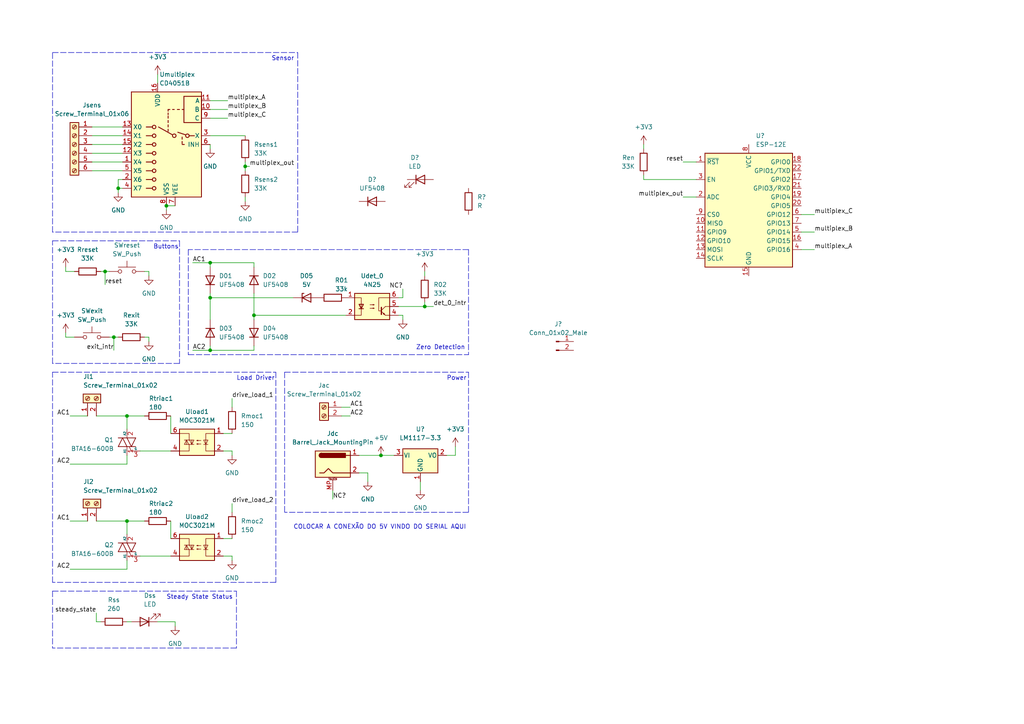
<source format=kicad_sch>
(kicad_sch (version 20211123) (generator eeschema)
  (paper "A4")
  (title_block (title "Controle do Forno") (date "2022-05-28") (rev "0"))
  (lib_symbols
    (symbol "Analog_Switch:CD4051B"
      (property "Reference" "U" (at -10.16 16.51 0))
      (property "Value" "CD4051B" (at 3.81 16.51 0))
      (symbol "CD4051B_0_1"
        (rectangle (start -10.16 6.35) (end -5.08 13.97) (stroke (width 0.254)))
        (rectangle (start -10.16 15.24) (end 10.16 -15.24) (stroke (width 0.254)) (fill (type background)))
        (circle (center -6.096 2.54) (radius 0.508) (stroke (width 0.254)))
        (circle (center -2.286 2.54) (radius 0.508) (stroke (width 0.254)))
        (polyline (pts (xy -8.128 2.54) (xy -6.604 2.54)) (stroke (width 0.254)))
        (polyline (pts (xy -5.588 2.794) (xy -3.302 3.556)) (stroke (width 0.254)))
        (polyline (pts (xy -4.572 0) (xy -5.207 0)) (stroke (width 0.254)))
        (polyline (pts (xy -4.572 0.254) (xy -4.572 0.889)) (stroke (width 0.254)))
        (polyline (pts (xy -4.572 1.524) (xy -4.572 2.159)) (stroke (width 0.254)))
        (polyline (pts (xy -4.572 10.16) (xy -5.08 10.16)) (stroke (width 0.254)))
        (polyline (pts (xy -3.81 10.16) (xy -3.175 10.16)) (stroke (width 0.254)))
        (polyline (pts (xy -1.778 2.794) (xy 2.286 5.08)) (stroke (width 0.254)))
        (polyline (pts (xy -1.778 10.16) (xy -2.286 10.16)) (stroke (width 0.254)))
        (polyline (pts (xy -0.508 3.81) (xy -0.508 4.445)) (stroke (width 0.254)))
        (polyline (pts (xy -0.508 5.08) (xy -0.508 5.715)) (stroke (width 0.254)))
        (polyline (pts (xy -0.508 6.35) (xy -0.508 6.985)) (stroke (width 0.254)))
        (polyline (pts (xy -0.508 7.62) (xy -0.508 8.255)) (stroke (width 0.254)))
        (polyline (pts (xy -0.508 8.636) (xy -0.508 9.144)) (stroke (width 0.254)))
        (polyline (pts (xy -0.508 9.652) (xy -0.508 10.16)) (stroke (width 0.254)))
        (polyline (pts (xy -0.508 10.16) (xy -1.016 10.16)) (stroke (width 0.254)))
        (polyline (pts (xy 4.064 -12.7) (xy 5.842 -12.7)) (stroke (width 0.254)))
        (polyline (pts (xy 4.064 -10.16) (xy 5.842 -10.16)) (stroke (width 0.254)))
        (polyline (pts (xy 4.064 -7.62) (xy 5.842 -7.62)) (stroke (width 0.254)))
        (polyline (pts (xy 4.064 -5.08) (xy 5.842 -5.08)) (stroke (width 0.254)))
        (polyline (pts (xy 4.064 -2.54) (xy 5.842 -2.54)) (stroke (width 0.254)))
        (polyline (pts (xy 4.064 0) (xy 5.842 0)) (stroke (width 0.254)))
        (polyline (pts (xy 4.064 2.54) (xy 5.842 2.54)) (stroke (width 0.254)))
        (polyline (pts (xy 4.064 5.08) (xy 5.842 5.08)) (stroke (width 0.254)))
        (circle (center 3.556 -12.7) (radius 0.508) (stroke (width 0.254)))
        (circle (center 3.556 -10.16) (radius 0.508) (stroke (width 0.254)))
        (circle (center 3.556 -7.62) (radius 0.508) (stroke (width 0.254)))
        (circle (center 3.556 -5.08) (radius 0.508) (stroke (width 0.254)))
        (circle (center 3.556 -2.54) (radius 0.508) (stroke (width 0.254)))
        (circle (center 3.556 0) (radius 0.508) (stroke (width 0.254)))
        (circle (center 3.556 2.54) (radius 0.508) (stroke (width 0.254)))
        (circle (center 3.556 5.08) (radius 0.508) (stroke (width 0.254)))
      )
      (symbol "CD4051B_1_1"
        (pin bidirectional line (at 12.7 -5.08 180) (length 2.54) (name "X4") (number "1"))
        (pin input line (at -12.7 10.16 0) (length 2.54) (name "B") (number "10"))
        (pin input line (at -12.7 12.7 0) (length 2.54) (name "A") (number "11"))
        (pin bidirectional line (at 12.7 -2.54 180) (length 2.54) (name "X3") (number "12"))
        (pin bidirectional line (at 12.7 5.08 180) (length 2.54) (name "X0") (number "13"))
        (pin bidirectional line (at 12.7 2.54 180) (length 2.54) (name "X1") (number "14"))
        (pin bidirectional line (at 12.7 0 180) (length 2.54) (name "X2") (number "15"))
        (pin power_in line (at 2.54 17.78 270) (length 2.54) (name "VDD") (number "16"))
        (pin bidirectional line (at 12.7 -10.16 180) (length 2.54) (name "X6") (number "2"))
        (pin bidirectional line (at -12.7 2.54 0) (length 2.54) (name "X") (number "3"))
        (pin bidirectional line (at 12.7 -12.7 180) (length 2.54) (name "X7") (number "4"))
        (pin bidirectional line (at 12.7 -7.62 180) (length 2.54) (name "X5") (number "5"))
        (pin input line (at -12.7 0 0) (length 2.54) (name "INH") (number "6"))
        (pin power_in line (at -2.54 -17.78 90) (length 2.54) (name "VEE") (number "7"))
        (pin power_in line (at 0 -17.78 90) (length 2.54) (name "VSS") (number "8"))
        (pin input line (at -12.7 7.62 0) (length 2.54) (name "C") (number "9"))
      )
    )
    (symbol "Connector:Barrel_Jack_MountingPin" (pin_names hide)
      (property "Reference" "J" (at 0 5.334 0))
      (property "Value" "Barrel_Jack_MountingPin" (at 1.27 -6.35 0))
      (symbol "Barrel_Jack_MountingPin_0_1"
        (rectangle (start -5.08 3.81) (end 5.08 -3.81) (stroke (width 0.254)) (fill (type background)))
        (arc (start -3.302 3.175) (mid -3.937 2.54) (end -3.302 1.905) (stroke (width 0.254)))
        (arc (start -3.302 3.175) (mid -3.937 2.54) (end -3.302 1.905) (stroke (width 0.254)) (fill (type outline)))
        (polyline (pts (xy 5.08 2.54) (xy 3.81 2.54)) (stroke (width 0.254)))
        (polyline (pts (xy -3.81 -2.54) (xy -2.54 -2.54) (xy -1.27 -1.27) (xy 0 -2.54) (xy 2.54 -2.54) (xy 5.08 -2.54)) (stroke (width 0.254)))
        (rectangle (start 3.683 3.175) (end -3.302 1.905) (stroke (width 0.254)) (fill (type outline)))
      )
      (symbol "Barrel_Jack_MountingPin_1_1"
        (polyline (pts (xy -1.016 -4.572) (xy 1.016 -4.572)) (stroke (width 0.1524)))
        (text "Mounting" (at 0 -4.191 0) (effects (font (size 0.381 0.381))))
        (pin passive line (at 7.62 2.54 180) (length 2.54) (name "~") (number "1"))
        (pin passive line (at 7.62 -2.54 180) (length 2.54) (name "~") (number "2"))
        (pin passive line (at 0 -7.62 90) (length 3.048) (name "MountPin") (number "MP"))
      )
    )
    (symbol "Connector:Conn_01x02_Male" (pin_names (offset 1.016) hide)
      (property "Reference" "J" (at 0 2.54 0))
      (property "Value" "Conn_01x02_Male" (at 0 -5.08 0))
      (symbol "Conn_01x02_Male_1_1"
        (polyline (pts (xy 1.27 -2.54) (xy 0.8636 -2.54)) (stroke (width 0.1524)))
        (polyline (pts (xy 1.27 0) (xy 0.8636 0)) (stroke (width 0.1524)))
        (rectangle (start 0.8636 -2.413) (end 0 -2.667) (stroke (width 0.1524)) (fill (type outline)))
        (rectangle (start 0.8636 0.127) (end 0 -0.127) (stroke (width 0.1524)) (fill (type outline)))
        (pin passive line (at 5.08 0 180) (length 3.81) (name "Pin_1") (number "1"))
        (pin passive line (at 5.08 -2.54 180) (length 3.81) (name "Pin_2") (number "2"))
      )
    )
    (symbol "Connector:Screw_Terminal_01x02" (pin_names (offset 1.016) hide)
      (property "Reference" "J" (at 0 2.54 0))
      (property "Value" "Screw_Terminal_01x02" (at 0 -5.08 0))
      (symbol "Screw_Terminal_01x02_1_1"
        (rectangle (start -1.27 1.27) (end 1.27 -3.81) (stroke (width 0.254)) (fill (type background)))
        (circle (center 0 -2.54) (radius 0.635) (stroke (width 0.1524)))
        (polyline (pts (xy -0.5334 -2.2098) (xy 0.3302 -3.048)) (stroke (width 0.1524)))
        (polyline (pts (xy -0.5334 0.3302) (xy 0.3302 -0.508)) (stroke (width 0.1524)))
        (polyline (pts (xy -0.3556 -2.032) (xy 0.508 -2.8702)) (stroke (width 0.1524)))
        (polyline (pts (xy -0.3556 0.508) (xy 0.508 -0.3302)) (stroke (width 0.1524)))
        (circle (center 0 0) (radius 0.635) (stroke (width 0.1524)))
        (pin passive line (at -5.08 0 0) (length 3.81) (name "Pin_1") (number "1"))
        (pin passive line (at -5.08 -2.54 0) (length 3.81) (name "Pin_2") (number "2"))
      )
    )
    (symbol "Connector:Screw_Terminal_01x06" (pin_names (offset 1.016) hide)
      (property "Reference" "J" (at 0 7.62 0))
      (property "Value" "Screw_Terminal_01x06" (at 0 -10.16 0))
      (symbol "Screw_Terminal_01x06_1_1"
        (rectangle (start -1.27 6.35) (end 1.27 -8.89) (stroke (width 0.254)) (fill (type background)))
        (circle (center 0 -7.62) (radius 0.635) (stroke (width 0.1524)))
        (circle (center 0 -5.08) (radius 0.635) (stroke (width 0.1524)))
        (circle (center 0 -2.54) (radius 0.635) (stroke (width 0.1524)))
        (polyline (pts (xy -0.5334 -7.2898) (xy 0.3302 -8.128)) (stroke (width 0.1524)))
        (polyline (pts (xy -0.5334 -4.7498) (xy 0.3302 -5.588)) (stroke (width 0.1524)))
        (polyline (pts (xy -0.5334 -2.2098) (xy 0.3302 -3.048)) (stroke (width 0.1524)))
        (polyline (pts (xy -0.5334 0.3302) (xy 0.3302 -0.508)) (stroke (width 0.1524)))
        (polyline (pts (xy -0.5334 2.8702) (xy 0.3302 2.032)) (stroke (width 0.1524)))
        (polyline (pts (xy -0.5334 5.4102) (xy 0.3302 4.572)) (stroke (width 0.1524)))
        (polyline (pts (xy -0.3556 -7.112) (xy 0.508 -7.9502)) (stroke (width 0.1524)))
        (polyline (pts (xy -0.3556 -4.572) (xy 0.508 -5.4102)) (stroke (width 0.1524)))
        (polyline (pts (xy -0.3556 -2.032) (xy 0.508 -2.8702)) (stroke (width 0.1524)))
        (polyline (pts (xy -0.3556 0.508) (xy 0.508 -0.3302)) (stroke (width 0.1524)))
        (polyline (pts (xy -0.3556 3.048) (xy 0.508 2.2098)) (stroke (width 0.1524)))
        (polyline (pts (xy -0.3556 5.588) (xy 0.508 4.7498)) (stroke (width 0.1524)))
        (circle (center 0 0) (radius 0.635) (stroke (width 0.1524)))
        (circle (center 0 2.54) (radius 0.635) (stroke (width 0.1524)))
        (circle (center 0 5.08) (radius 0.635) (stroke (width 0.1524)))
        (pin passive line (at -5.08 5.08 0) (length 3.81) (name "Pin_1") (number "1"))
        (pin passive line (at -5.08 2.54 0) (length 3.81) (name "Pin_2") (number "2"))
        (pin passive line (at -5.08 0 0) (length 3.81) (name "Pin_3") (number "3"))
        (pin passive line (at -5.08 -2.54 0) (length 3.81) (name "Pin_4") (number "4"))
        (pin passive line (at -5.08 -5.08 0) (length 3.81) (name "Pin_5") (number "5"))
        (pin passive line (at -5.08 -7.62 0) (length 3.81) (name "Pin_6") (number "6"))
      )
    )
    (symbol "Device:D_Zener" (pin_numbers hide) (pin_names (offset 1.016) hide)
      (property "Reference" "D" (at 0 2.54 0))
      (property "Value" "D_Zener" (at 0 -2.54 0))
      (symbol "D_Zener_0_1"
        (polyline (pts (xy 1.27 0) (xy -1.27 0)))
        (polyline (pts (xy -1.27 -1.27) (xy -1.27 1.27) (xy -0.762 1.27)) (stroke (width 0.254)))
        (polyline (pts (xy 1.27 -1.27) (xy 1.27 1.27) (xy -1.27 0) (xy 1.27 -1.27)) (stroke (width 0.254)))
      )
      (symbol "D_Zener_1_1"
        (pin passive line (at -3.81 0 0) (length 2.54) (name "K") (number "1"))
        (pin passive line (at 3.81 0 180) (length 2.54) (name "A") (number "2"))
      )
    )
    (symbol "Device:LED" (pin_numbers hide) (pin_names (offset 1.016) hide)
      (property "Reference" "D" (at 0 2.54 0))
      (property "Value" "LED" (at 0 -2.54 0))
      (symbol "LED_0_1"
        (polyline (pts (xy -1.27 -1.27) (xy -1.27 1.27)) (stroke (width 0.254)))
        (polyline (pts (xy -1.27 0) (xy 1.27 0)))
        (polyline (pts (xy 1.27 -1.27) (xy 1.27 1.27) (xy -1.27 0) (xy 1.27 -1.27)) (stroke (width 0.254)))
        (polyline (pts (xy -3.048 -0.762) (xy -4.572 -2.286) (xy -3.81 -2.286) (xy -4.572 -2.286) (xy -4.572 -1.524)))
        (polyline (pts (xy -1.778 -0.762) (xy -3.302 -2.286) (xy -2.54 -2.286) (xy -3.302 -2.286) (xy -3.302 -1.524)))
      )
      (symbol "LED_1_1"
        (pin passive line (at -3.81 0 0) (length 2.54) (name "K") (number "1"))
        (pin passive line (at 3.81 0 180) (length 2.54) (name "A") (number "2"))
      )
    )
    (symbol "Device:R" (pin_numbers hide) (pin_names (offset 0))
      (property "Reference" "R" (at 2.032 0 90))
      (property "Value" "R" (at 0 0 90))
      (symbol "R_0_1"
        (rectangle (start -1.016 -2.54) (end 1.016 2.54) (stroke (width 0.254)))
      )
      (symbol "R_1_1"
        (pin passive line (at 0 3.81 270) (length 1.27) (name "~") (number "1"))
        (pin passive line (at 0 -3.81 90) (length 1.27) (name "~") (number "2"))
      )
    )
    (symbol "Diode:UF5408" (pin_numbers hide) (pin_names (offset 1.016) hide)
      (property "Reference" "D" (at 0 2.54 0))
      (property "Value" "UF5408" (at 0 -2.54 0))
      (symbol "UF5408_0_1"
        (polyline (pts (xy -1.27 1.27) (xy -1.27 -1.27)) (stroke (width 0.254)))
        (polyline (pts (xy 1.27 0) (xy -1.27 0)))
        (polyline (pts (xy 1.27 1.27) (xy 1.27 -1.27) (xy -1.27 0) (xy 1.27 1.27)) (stroke (width 0.254)))
      )
      (symbol "UF5408_1_1"
        (pin passive line (at -3.81 0 0) (length 2.54) (name "K") (number "1"))
        (pin passive line (at 3.81 0 180) (length 2.54) (name "A") (number "2"))
      )
    )
    (symbol "Isolator:4N25" (pin_names (offset 1.016))
      (property "Reference" "U" (at -5.08 5.08 0))
      (property "Value" "4N25" (at 0 5.08 0))
      (symbol "4N25_0_1"
        (rectangle (start -5.08 3.81) (end 5.08 -3.81) (stroke (width 0.254)) (fill (type background)))
        (polyline (pts (xy -3.81 -0.635) (xy -2.54 -0.635)) (stroke (width 0.254)))
        (polyline (pts (xy 2.667 -1.397) (xy 3.81 -2.54)))
        (polyline (pts (xy 2.667 -1.143) (xy 3.81 0)))
        (polyline (pts (xy 3.81 -2.54) (xy 5.08 -2.54)))
        (polyline (pts (xy 3.81 0) (xy 5.08 0)))
        (polyline (pts (xy 2.667 -0.254) (xy 2.667 -2.286) (xy 2.667 -2.286)) (stroke (width 0.3556)))
        (polyline (pts (xy -5.08 -2.54) (xy -3.175 -2.54) (xy -3.175 2.54) (xy -5.08 2.54)))
        (polyline (pts (xy -3.175 -0.635) (xy -3.81 0.635) (xy -2.54 0.635) (xy -3.175 -0.635)) (stroke (width 0.254)))
        (polyline (pts (xy 3.683 -2.413) (xy 3.429 -1.905) (xy 3.175 -2.159) (xy 3.683 -2.413)))
        (polyline (pts (xy 5.08 2.54) (xy 1.905 2.54) (xy 1.905 -1.27) (xy 2.54 -1.27)))
        (polyline (pts (xy -0.635 -0.508) (xy 0.635 -0.508) (xy 0.254 -0.635) (xy 0.254 -0.381) (xy 0.635 -0.508)))
        (polyline (pts (xy -0.635 0.508) (xy 0.635 0.508) (xy 0.254 0.381) (xy 0.254 0.635) (xy 0.635 0.508)))
      )
      (symbol "4N25_1_1"
        (pin passive line (at -7.62 2.54 0) (length 2.54) (name "~") (number "1"))
        (pin passive line (at -7.62 -2.54 0) (length 2.54) (name "~") (number "2"))
        (pin no_connect line (at -5.08 0 0) (length 2.54) hide (name "NC") (number "3"))
        (pin passive line (at 7.62 -2.54 180) (length 2.54) (name "~") (number "4"))
        (pin passive line (at 7.62 0 180) (length 2.54) (name "~") (number "5"))
        (pin passive line (at 7.62 2.54 180) (length 2.54) (name "~") (number "6"))
      )
    )
    (symbol "RF_Module:ESP-12E"
      (property "Reference" "U" (at -12.7 19.05 0))
      (property "Value" "ESP-12E" (at 12.7 19.05 0))
      (symbol "ESP-12E_0_1"
        (rectangle (start -12.7 17.78) (end 12.7 -15.24) (stroke (width 0.254)) (fill (type background)))
      )
      (symbol "ESP-12E_1_1"
        (pin input line (at -15.24 15.24 0) (length 2.54) (name "~{RST}") (number "1"))
        (pin bidirectional line (at -15.24 -2.54 0) (length 2.54) (name "MISO") (number "10"))
        (pin bidirectional line (at -15.24 -5.08 0) (length 2.54) (name "GPIO9") (number "11"))
        (pin bidirectional line (at -15.24 -7.62 0) (length 2.54) (name "GPIO10") (number "12"))
        (pin bidirectional line (at -15.24 -10.16 0) (length 2.54) (name "MOSI") (number "13"))
        (pin bidirectional line (at -15.24 -12.7 0) (length 2.54) (name "SCLK") (number "14"))
        (pin power_in line (at 0 -17.78 90) (length 2.54) (name "GND") (number "15"))
        (pin bidirectional line (at 15.24 -7.62 180) (length 2.54) (name "GPIO15") (number "16"))
        (pin bidirectional line (at 15.24 10.16 180) (length 2.54) (name "GPIO2") (number "17"))
        (pin bidirectional line (at 15.24 15.24 180) (length 2.54) (name "GPIO0") (number "18"))
        (pin bidirectional line (at 15.24 5.08 180) (length 2.54) (name "GPIO4") (number "19"))
        (pin input line (at -15.24 5.08 0) (length 2.54) (name "ADC") (number "2"))
        (pin bidirectional line (at 15.24 2.54 180) (length 2.54) (name "GPIO5") (number "20"))
        (pin bidirectional line (at 15.24 7.62 180) (length 2.54) (name "GPIO3/RXD") (number "21"))
        (pin bidirectional line (at 15.24 12.7 180) (length 2.54) (name "GPIO1/TXD") (number "22"))
        (pin input line (at -15.24 10.16 0) (length 2.54) (name "EN") (number "3"))
        (pin bidirectional line (at 15.24 -10.16 180) (length 2.54) (name "GPIO16") (number "4"))
        (pin bidirectional line (at 15.24 -5.08 180) (length 2.54) (name "GPIO14") (number "5"))
        (pin bidirectional line (at 15.24 0 180) (length 2.54) (name "GPIO12") (number "6"))
        (pin bidirectional line (at 15.24 -2.54 180) (length 2.54) (name "GPIO13") (number "7"))
        (pin power_in line (at 0 20.32 270) (length 2.54) (name "VCC") (number "8"))
        (pin input line (at -15.24 0 0) (length 2.54) (name "CS0") (number "9"))
      )
    )
    (symbol "Regulator_Linear:LM1117-3.3" (pin_names (offset 0.254))
      (property "Reference" "U" (at -3.81 3.175 0))
      (property "Value" "LM1117-3.3" (at 0 3.175 0))
      (symbol "LM1117-3.3_0_1"
        (rectangle (start -5.08 -5.08) (end 5.08 1.905) (stroke (width 0.254)) (fill (type background)))
      )
      (symbol "LM1117-3.3_1_1"
        (pin power_in line (at 0 -7.62 90) (length 2.54) (name "GND") (number "1"))
        (pin power_out line (at 7.62 0 180) (length 2.54) (name "VO") (number "2"))
        (pin power_in line (at -7.62 0 0) (length 2.54) (name "VI") (number "3"))
      )
    )
    (symbol "Relay_SolidState:MOC3021M"
      (property "Reference" "U" (at -5.334 4.826 0))
      (property "Value" "MOC3021M" (at 0 5.08 0))
      (symbol "MOC3021M_0_1"
        (rectangle (start -5.08 3.81) (end 5.08 -3.81) (stroke (width 0.254)) (fill (type background)))
        (polyline (pts (xy -3.175 -0.635) (xy -1.905 -0.635)))
        (polyline (pts (xy 1.524 -0.635) (xy 1.524 0.635)))
        (polyline (pts (xy 3.048 0.635) (xy 3.048 -0.635)))
        (polyline (pts (xy 2.286 -0.635) (xy 2.286 -2.54) (xy 5.08 -2.54)))
        (polyline (pts (xy 2.286 0.635) (xy 2.286 2.54) (xy 5.08 2.54)))
        (polyline (pts (xy -5.08 2.54) (xy -2.54 2.54) (xy -2.54 -2.54) (xy -5.08 -2.54)))
        (polyline (pts (xy -2.54 -0.635) (xy -3.175 0.635) (xy -1.905 0.635) (xy -2.54 -0.635)))
        (polyline (pts (xy 0.889 -0.635) (xy 3.683 -0.635) (xy 3.048 0.635) (xy 2.413 -0.635)))
        (polyline (pts (xy 3.683 0.635) (xy 0.889 0.635) (xy 1.524 -0.635) (xy 2.159 0.635)))
        (polyline (pts (xy -1.143 -0.508) (xy 0.127 -0.508) (xy -0.254 -0.635) (xy -0.254 -0.381) (xy 0.127 -0.508)))
        (polyline (pts (xy -1.143 0.508) (xy 0.127 0.508) (xy -0.254 0.381) (xy -0.254 0.635) (xy 0.127 0.508)))
      )
      (symbol "MOC3021M_1_1"
        (pin passive line (at -7.62 2.54 0) (length 2.54) (name "~") (number "1"))
        (pin passive line (at -7.62 -2.54 0) (length 2.54) (name "~") (number "2"))
        (pin no_connect line (at -5.08 0 0) (length 2.54) hide (name "NC") (number "3"))
        (pin passive line (at 7.62 -2.54 180) (length 2.54) (name "~") (number "4"))
        (pin no_connect line (at 5.08 0 180) (length 2.54) hide (name "NC") (number "5"))
        (pin passive line (at 7.62 2.54 180) (length 2.54) (name "~") (number "6"))
      )
    )
    (symbol "Switch:SW_Push" (pin_numbers hide) (pin_names (offset 1.016) hide)
      (property "Reference" "SW" (at 1.27 2.54 0))
      (property "Value" "SW_Push" (at 0 -1.524 0))
      (symbol "SW_Push_0_1"
        (circle (center -2.032 0) (radius 0.508))
        (polyline (pts (xy 0 1.27) (xy 0 3.048)))
        (polyline (pts (xy 2.54 1.27) (xy -2.54 1.27)))
        (circle (center 2.032 0) (radius 0.508))
        (pin passive line (at -5.08 0 0) (length 2.54) (name "1") (number "1"))
        (pin passive line (at 5.08 0 180) (length 2.54) (name "2") (number "2"))
      )
    )
    (symbol "Triac_Thyristor:BTA16-600B" (pin_names (offset 0))
      (property "Reference" "Q" (at 5.08 1.905 0))
      (property "Value" "BTA16-600B" (at 5.08 0 0))
      (symbol "BTA16-600B_0_1"
        (polyline (pts (xy -2.54 -1.27) (xy 2.54 -1.27)) (stroke (width 0.2032)))
        (polyline (pts (xy -2.54 1.27) (xy 2.54 1.27)) (stroke (width 0.2032)))
        (polyline (pts (xy -1.27 -2.54) (xy -0.635 -1.27)))
        (polyline (pts (xy -2.54 1.27) (xy -1.27 -1.27) (xy 0 1.27)) (stroke (width 0.2032)))
        (polyline (pts (xy 0 -1.27) (xy 1.27 1.27) (xy 2.54 -1.27)) (stroke (width 0.2032)))
      )
      (symbol "BTA16-600B_1_1"
        (pin passive line (at 0 -3.81 90) (length 2.54) (name "A1") (number "1"))
        (pin passive line (at 0 3.81 270) (length 2.54) (name "A2") (number "2"))
        (pin input line (at -3.81 -2.54 0) (length 2.54) (name "G") (number "3"))
      )
    )
    (symbol "power:+3V3" (power) (pin_names (offset 0))
      (property "Value" "+3V3" (at 0 3.556 0))
      (symbol "+3V3_0_1"
        (polyline (pts (xy -0.762 1.27) (xy 0 2.54)))
        (polyline (pts (xy 0 0) (xy 0 2.54)))
        (polyline (pts (xy 0 2.54) (xy 0.762 1.27)))
      )
      (symbol "+3V3_1_1"
        (pin power_in line (at 0 0 90) (length 0) hide (name "+3V3") (number "1"))
      )
    )
    (symbol "power:+5V" (power) (pin_names (offset 0))
      (property "Value" "+5V" (at 0 3.556 0))
      (symbol "+5V_0_1"
        (polyline (pts (xy -0.762 1.27) (xy 0 2.54)))
        (polyline (pts (xy 0 0) (xy 0 2.54)))
        (polyline (pts (xy 0 2.54) (xy 0.762 1.27)))
      )
      (symbol "+5V_1_1"
        (pin power_in line (at 0 0 90) (length 0) hide (name "+5V") (number "1"))
      )
    )
    (symbol "power:GND" (power) (pin_names (offset 0))
      (property "Value" "GND" (at 0 -3.81 0))
      (symbol "GND_0_1"
        (polyline (pts (xy 0 0) (xy 0 -1.27) (xy 1.27 -1.27) (xy 0 -2.54) (xy -1.27 -1.27) (xy 0 -1.27)))
      )
      (symbol "GND_1_1"
        (pin power_in line (at 0 0 270) (length 0) hide (name "GND") (number "1"))
      )
    )
  )
  (junction (at 60.96 86.36))
  (junction (at 33.02 97.79))
  (junction (at 30.48 78.74))
  (junction (at 36.83 151.13))
  (junction (at 34.29 54.61))
  (junction (at 123.19 88.9))
  (junction (at 71.12 48.26))
  (junction (at 60.96 101.6))
  (junction (at 60.96 76.2))
  (junction (at 36.83 120.65))
  (junction (at 110.49 132.08))
  (junction (at 48.26 59.69))
  (junction (at 73.66 91.44))
  (wire (pts (xy 36.83 132.08) (xy 36.83 134.62)))
  (wire (pts (xy 64.77 130.81) (xy 67.31 130.81)))
  (wire (pts (xy 19.05 96.52) (xy 19.05 97.79)))
  (wire (pts (xy 40.64 130.81) (xy 49.53 130.81)))
  (wire (pts (xy 55.88 76.2) (xy 60.96 76.2)))
  (wire (pts (xy 36.83 180.34) (xy 38.1 180.34)))
  (wire (pts (xy 26.67 41.91) (xy 35.56 41.91)))
  (wire (pts (xy 48.26 59.69) (xy 48.26 60.96)))
  (wire (pts (xy 64.77 161.29) (xy 67.31 161.29)))
  (wire (pts (xy 198.12 46.99) (xy 201.93 46.99)))
  (polyline (pts (xy 15.24 15.24) (xy 86.36 15.24)))
  (wire (pts (xy 43.18 80.01) (xy 43.18 78.74)))
  (wire (pts (xy 73.66 91.44) (xy 73.66 92.71)))
  (polyline (pts (xy 135.89 72.39) (xy 54.61 72.39)))
  (wire (pts (xy 123.19 88.9) (xy 125.73 88.9)))
  (polyline (pts (xy 86.36 15.24) (xy 86.36 67.31)))
  (wire (pts (xy 29.21 180.34) (xy 27.94 180.34)))
  (polyline (pts (xy 80.01 107.95) (xy 80.01 168.91)))
  (wire (pts (xy 29.21 78.74) (xy 30.48 78.74)))
  (polyline (pts (xy 135.89 148.59) (xy 82.55 148.59)))
  (wire (pts (xy 60.96 76.2) (xy 73.66 76.2)))
  (wire (pts (xy 60.96 41.91) (xy 60.96 43.18)))
  (polyline (pts (xy 135.89 72.39) (xy 135.89 102.87)))
  (polyline (pts (xy 15.24 69.85) (xy 52.07 69.85)))
  (wire (pts (xy 20.32 120.65) (xy 25.4 120.65)))
  (wire (pts (xy 129.54 132.08) (xy 132.08 132.08)))
  (wire (pts (xy 60.96 29.21) (xy 66.04 29.21)))
  (wire (pts (xy 36.83 120.65) (xy 36.83 124.46)))
  (wire (pts (xy 60.96 76.2) (xy 60.96 77.47)))
  (wire (pts (xy 41.91 120.65) (xy 36.83 120.65)))
  (wire (pts (xy 71.12 46.99) (xy 71.12 48.26)))
  (wire (pts (xy 60.96 31.75) (xy 66.04 31.75)))
  (wire (pts (xy 99.06 118.11) (xy 101.6 118.11)))
  (wire (pts (xy 73.66 85.09) (xy 73.66 91.44)))
  (wire (pts (xy 43.18 99.06) (xy 43.18 97.79)))
  (wire (pts (xy 72.39 48.26) (xy 71.12 48.26)))
  (polyline (pts (xy 135.89 107.95) (xy 135.89 148.59)))
  (polyline (pts (xy 80.01 168.91) (xy 15.24 168.91)))
  (wire (pts (xy 123.19 88.9) (xy 123.19 87.63)))
  (polyline (pts (xy 82.55 107.95) (xy 135.89 107.95)))
  (wire (pts (xy 50.8 180.34) (xy 50.8 181.61)))
  (polyline (pts (xy 15.24 171.45) (xy 15.24 187.96)))
  (wire (pts (xy 71.12 57.15) (xy 71.12 58.42)))
  (polyline (pts (xy 52.07 69.85) (xy 52.07 105.41)))
  (wire (pts (xy 115.57 88.9) (xy 123.19 88.9)))
  (wire (pts (xy 64.77 125.73) (xy 67.31 125.73)))
  (wire (pts (xy 55.88 101.6) (xy 60.96 101.6)))
  (wire (pts (xy 106.68 137.16) (xy 106.68 139.7)))
  (wire (pts (xy 186.69 41.91) (xy 186.69 43.18)))
  (wire (pts (xy 60.96 85.09) (xy 60.96 86.36)))
  (wire (pts (xy 64.77 156.21) (xy 67.31 156.21)))
  (wire (pts (xy 201.93 52.07) (xy 186.69 52.07)))
  (wire (pts (xy 232.41 72.39) (xy 236.22 72.39)))
  (wire (pts (xy 115.57 86.36) (xy 116.84 86.36)))
  (wire (pts (xy 116.84 92.71) (xy 116.84 91.44)))
  (wire (pts (xy 27.94 120.65) (xy 36.83 120.65)))
  (wire (pts (xy 27.94 177.8) (xy 27.94 180.34)))
  (polyline (pts (xy 54.61 102.87) (xy 135.89 102.87)))
  (polyline (pts (xy 68.58 187.96) (xy 15.24 187.96)))
  (wire (pts (xy 45.72 180.34) (xy 50.8 180.34)))
  (wire (pts (xy 60.96 39.37) (xy 71.12 39.37)))
  (wire (pts (xy 20.32 151.13) (xy 25.4 151.13)))
  (wire (pts (xy 60.96 86.36) (xy 60.96 92.71)))
  (wire (pts (xy 67.31 161.29) (xy 67.31 162.56)))
  (wire (pts (xy 71.12 49.53) (xy 71.12 48.26)))
  (wire (pts (xy 123.19 78.74) (xy 123.19 80.01)))
  (wire (pts (xy 67.31 115.57) (xy 67.31 118.11)))
  (wire (pts (xy 31.75 97.79) (xy 33.02 97.79)))
  (wire (pts (xy 49.53 151.13) (xy 49.53 156.21)))
  (wire (pts (xy 26.67 46.99) (xy 35.56 46.99)))
  (wire (pts (xy 45.72 21.59) (xy 45.72 24.13)))
  (wire (pts (xy 67.31 130.81) (xy 67.31 132.08)))
  (wire (pts (xy 36.83 134.62) (xy 20.32 134.62)))
  (wire (pts (xy 48.26 59.69) (xy 50.8 59.69)))
  (wire (pts (xy 110.49 132.08) (xy 114.3 132.08)))
  (wire (pts (xy 19.05 97.79) (xy 21.59 97.79)))
  (wire (pts (xy 36.83 151.13) (xy 36.83 154.94)))
  (wire (pts (xy 116.84 86.36) (xy 116.84 83.82)))
  (wire (pts (xy 232.41 62.23) (xy 236.22 62.23)))
  (polyline (pts (xy 68.58 171.45) (xy 68.58 187.96)))
  (wire (pts (xy 99.06 120.65) (xy 101.6 120.65)))
  (wire (pts (xy 49.53 120.65) (xy 49.53 125.73)))
  (wire (pts (xy 132.08 129.54) (xy 132.08 132.08)))
  (wire (pts (xy 36.83 165.1) (xy 20.32 165.1)))
  (polyline (pts (xy 15.24 105.41) (xy 15.24 69.85)))
  (polyline (pts (xy 15.24 107.95) (xy 80.01 107.95)))
  (wire (pts (xy 96.52 144.78) (xy 96.52 142.24)))
  (polyline (pts (xy 54.61 72.39) (xy 54.61 102.87)))
  (polyline (pts (xy 82.55 107.95) (xy 82.55 148.59)))
  (wire (pts (xy 33.02 97.79) (xy 33.02 101.6)))
  (wire (pts (xy 26.67 44.45) (xy 35.56 44.45)))
  (wire (pts (xy 40.64 161.29) (xy 49.53 161.29)))
  (wire (pts (xy 41.91 151.13) (xy 36.83 151.13)))
  (wire (pts (xy 36.83 162.56) (xy 36.83 165.1)))
  (wire (pts (xy 121.92 139.7) (xy 121.92 142.24)))
  (wire (pts (xy 198.12 57.15) (xy 201.93 57.15)))
  (polyline (pts (xy 52.07 105.41) (xy 15.24 105.41)))
  (wire (pts (xy 67.31 146.05) (xy 67.31 148.59)))
  (wire (pts (xy 26.67 36.83) (xy 35.56 36.83)))
  (wire (pts (xy 19.05 78.74) (xy 19.05 77.47)))
  (polyline (pts (xy 15.24 171.45) (xy 68.58 171.45)))
  (wire (pts (xy 73.66 91.44) (xy 100.33 91.44)))
  (wire (pts (xy 34.29 52.07) (xy 34.29 54.61)))
  (polyline (pts (xy 15.24 168.91) (xy 15.24 107.95)))
  (wire (pts (xy 35.56 54.61) (xy 34.29 54.61)))
  (wire (pts (xy 26.67 49.53) (xy 35.56 49.53)))
  (wire (pts (xy 60.96 101.6) (xy 73.66 101.6)))
  (wire (pts (xy 104.14 137.16) (xy 106.68 137.16)))
  (wire (pts (xy 30.48 78.74) (xy 31.75 78.74)))
  (wire (pts (xy 73.66 77.47) (xy 73.66 76.2)))
  (wire (pts (xy 60.96 86.36) (xy 85.09 86.36)))
  (wire (pts (xy 21.59 78.74) (xy 19.05 78.74)))
  (wire (pts (xy 186.69 52.07) (xy 186.69 50.8)))
  (wire (pts (xy 34.29 54.61) (xy 34.29 55.88)))
  (polyline (pts (xy 15.24 67.31) (xy 15.24 15.24)))
  (wire (pts (xy 43.18 78.74) (xy 41.91 78.74)))
  (wire (pts (xy 232.41 67.31) (xy 236.22 67.31)))
  (wire (pts (xy 104.14 132.08) (xy 110.49 132.08)))
  (wire (pts (xy 60.96 34.29) (xy 66.04 34.29)))
  (wire (pts (xy 116.84 91.44) (xy 115.57 91.44)))
  (wire (pts (xy 60.96 100.33) (xy 60.96 101.6)))
  (wire (pts (xy 26.67 39.37) (xy 35.56 39.37)))
  (wire (pts (xy 43.18 97.79) (xy 41.91 97.79)))
  (wire (pts (xy 35.56 52.07) (xy 34.29 52.07)))
  (wire (pts (xy 27.94 151.13) (xy 36.83 151.13)))
  (wire (pts (xy 33.02 97.79) (xy 34.29 97.79)))
  (wire (pts (xy 73.66 100.33) (xy 73.66 101.6)))
  (polyline (pts (xy 86.36 67.31) (xy 15.24 67.31)))
  (wire (pts (xy 30.48 78.74) (xy 30.48 82.55)))
  (text "Steady State Status" (at 48.26 173.99 0) (effects (font (size 1.27 1.27)) (justify left bottom)))
  (text "COLOCAR A CONEXÃO DO 5V VINDO DO SERIAL AQUI" (at 85.09 153.67 0) (effects (font (size 1.27 1.27)) (justify left bottom)))
  (text "Power" (at 129.54 110.49 0) (effects (font (size 1.27 1.27)) (justify left bottom)))
  (text "Zero Detection\n" (at 120.65 101.6 0) (effects (font (size 1.27 1.27)) (justify left bottom)))
  (text "Load Driver" (at 68.58 110.49 0) (effects (font (size 1.27 1.27)) (justify left bottom)))
  (text "Sensor\n" (at 78.74 17.78 0) (effects (font (size 1.27 1.27)) (justify left bottom)))
  (text "Buttons" (at 44.45 72.39 0) (effects (font (size 1.27 1.27)) (justify left bottom)))
  (label "multiplex_out" (at 72.39 48.26 0))
  (label "multiplex_B" (at 236.22 67.31 0))
  (label "multiplex_C" (at 66.04 34.29 0))
  (label "AC1" (at 101.6 118.11 0))
  (label "AC2" (at 20.32 134.62 180))
  (label "reset" (at 30.48 82.55 0))
  (label "multiplex_out" (at 198.12 57.15 180))
  (label "drive_load_2" (at 67.31 146.05 0))
  (label "AC1" (at 20.32 120.65 180))
  (label "AC2" (at 101.6 120.65 0))
  (label "AC2" (at 20.32 165.1 180))
  (label "det_0_intr" (at 125.73 88.9 0))
  (label "AC2" (at 55.88 101.6 0))
  (label "NC?" (at 96.52 144.78 0))
  (label "AC1" (at 20.32 151.13 180))
  (label "reset" (at 198.12 46.99 180))
  (label "drive_load_1" (at 67.31 115.57 0))
  (label "multiplex_C" (at 236.22 62.23 0))
  (label "exit_intr" (at 33.02 101.6 180))
  (label "multiplex_A" (at 236.22 72.39 0))
  (label "multiplex_A" (at 66.04 29.21 0))
  (label "AC1" (at 55.88 76.2 0))
  (label "multiplex_B" (at 66.04 31.75 0))
  (label "steady_state" (at 27.94 177.8 180))
  (label "NC?" (at 116.84 83.82 180))
  (symbol (lib_id "power:GND") (at 50.8 181.61 0) (unit 1)
    (property "Reference" "#PWR?" (effects hide))
    (property "Value" "GND" (at 50.8 186.69 0))
  )
  (symbol (lib_id "Diode:UF5408") (at 60.96 96.52 270) (unit 1)
    (property "Reference" "D03" (at 63.5 95.2499 90) (effects (justify left)))
    (property "Value" "UF5408" (at 63.5 97.7899 90) (effects (justify left)))
    (property "Footprint" "Diode_THT:D_DO-201AD_P15.24mm_Horizontal" (effects hide))
    (property "Datasheet" "http://www.vishay.com/docs/88756/uf5400.pdf" (effects hide))
  )
  (symbol (lib_id "Device:R") (at 45.72 120.65 270) (unit 1)
    (property "Reference" "Rtriac1" (at 43.18 115.57 90) (effects (justify left)))
    (property "Value" "180" (at 43.18 118.11 90) (effects (justify left)))
    (property "Footprint" "Resistor_THT:R_Axial_DIN0309_L9.0mm_D3.2mm_P12.70mm_Horizontal" (effects hide))
  )
  (symbol (lib_id "Relay_SolidState:MOC3021M") (at 57.15 128.27 0) (mirror y) (unit 1)
    (property "Reference" "Uload1" (at 57.15 119.38 0))
    (property "Value" "MOC3021M" (at 57.15 121.92 0))
    (property "Datasheet" "https://www.onsemi.com/pub/Collateral/MOC3023M-D.PDF" (effects hide))
  )
  (symbol (lib_id "Diode:UF5408") (at 73.66 81.28 270) (unit 1)
    (property "Reference" "D02" (at 76.2 80.0099 90) (effects (justify left)))
    (property "Value" "UF5408" (at 76.2 82.5499 90) (effects (justify left)))
    (property "Footprint" "Diode_THT:D_DO-201AD_P15.24mm_Horizontal" (effects hide))
    (property "Datasheet" "http://www.vishay.com/docs/88756/uf5400.pdf" (effects hide))
  )
  (symbol (lib_id "Diode:UF5408") (at 107.95 58.42 0) (unit 1)
    (property "Reference" "D?" (at 107.95 52.07 0))
    (property "Value" "UF5408" (at 107.95 54.61 0))
    (property "Footprint" "Diode_THT:D_DO-201AD_P15.24mm_Horizontal" (effects hide))
    (property "Datasheet" "http://www.vishay.com/docs/88756/uf5400.pdf" (effects hide))
  )
  (symbol (lib_id "Device:LED") (at 121.92 52.07 0) (unit 1)
    (property "Reference" "D?" (at 120.3325 45.72 0))
    (property "Value" "LED" (at 120.3325 48.26 0))
    (property "Footprint" "LED_THT:LED_D3.0mm" (effects hide))
  )
  (symbol (lib_id "Switch:SW_Push") (at 26.67 97.79 0) (unit 1)
    (property "Reference" "SWexit" (at 26.67 90.17 0))
    (property "Value" "SW_Push" (at 26.67 92.71 0))
  )
  (symbol (lib_id "power:+3V3") (at 19.05 77.47 0) (unit 1)
    (property "Reference" "#PWR?" (effects hide))
    (property "Value" "+3V3" (at 19.05 72.39 0))
  )
  (symbol (lib_id "Connector:Screw_Terminal_01x02") (at 93.98 118.11 0) (mirror y) (unit 1)
    (property "Reference" "Jac" (at 93.98 111.76 0))
    (property "Value" "Screw_Terminal_01x02" (at 93.98 114.3 0))
    (property "Footprint" "TerminalBlock:TerminalBlock_bornier-2_P5.08mm" (effects hide))
  )
  (symbol (lib_id "Device:LED") (at 41.91 180.34 180) (unit 1)
    (property "Reference" "Dss" (at 43.4975 172.72 0))
    (property "Value" "LED" (at 43.4975 175.26 0))
    (property "Footprint" "LED_THT:LED_D3.0mm" (effects hide))
  )
  (symbol (lib_id "Regulator_Linear:LM1117-3.3") (at 121.92 132.08 0) (unit 1)
    (property "Reference" "U?" (at 121.92 124.46 0))
    (property "Value" "LM1117-3.3" (at 121.92 127 0))
    (property "Footprint" "Package_TO_SOT_THT:TO-220-3_Vertical" (effects hide))
    (property "Datasheet" "http://www.ti.com/lit/ds/symlink/lm1117.pdf" (effects hide))
  )
  (symbol (lib_id "Isolator:4N25") (at 107.95 88.9 0) (unit 1)
    (property "Reference" "Udet_0" (at 107.95 80.01 0))
    (property "Value" "4N25" (at 107.95 82.55 0))
    (property "Footprint" "Package_DIP:DIP-6_W7.62mm" (effects hide))
    (property "Datasheet" "https://www.vishay.com/docs/83725/4n25.pdf" (effects hide))
  )
  (symbol (lib_id "power:GND") (at 67.31 132.08 0) (unit 1)
    (property "Reference" "#PWR?" (effects hide))
    (property "Value" "GND" (at 67.31 137.16 0))
  )
  (symbol (lib_id "Device:R") (at 67.31 121.92 180) (unit 1)
    (property "Reference" "Rmoc1" (at 69.85 120.6499 0) (effects (justify right)))
    (property "Value" "150" (at 69.85 123.1899 0) (effects (justify right)))
    (property "Footprint" "Resistor_THT:R_Axial_DIN0207_L6.3mm_D2.5mm_P7.62mm_Horizontal" (effects hide))
  )
  (symbol (lib_id "Device:R") (at 38.1 97.79 90) (unit 1)
    (property "Reference" "Rexit" (at 38.1 91.44 90))
    (property "Value" "33K" (at 38.1 93.98 90))
    (property "Footprint" "Resistor_THT:R_Axial_DIN0207_L6.3mm_D2.5mm_P7.62mm_Horizontal" (effects hide))
  )
  (symbol (lib_id "Device:R") (at 186.69 46.99 0) (mirror x) (unit 1)
    (property "Reference" "Ren" (at 184.15 45.7199 0) (effects (justify right)))
    (property "Value" "33K" (at 184.15 48.2599 0) (effects (justify right)))
    (property "Footprint" "Resistor_THT:R_Axial_DIN0207_L6.3mm_D2.5mm_P7.62mm_Horizontal" (effects hide))
  )
  (symbol (lib_id "Device:R") (at 135.89 58.42 0) (unit 1)
    (property "Reference" "R?" (at 138.43 57.1499 0) (effects (justify left)))
    (property "Value" "R" (at 138.43 59.6899 0) (effects (justify left)))
    (property "Footprint" "Resistor_THT:R_Axial_DIN0207_L6.3mm_D2.5mm_P7.62mm_Horizontal" (effects hide))
  )
  (symbol (lib_id "Connector:Conn_01x02_Male") (at 161.29 99.06 0) (unit 1)
    (property "Reference" "J?" (at 161.925 93.98 0))
    (property "Value" "Conn_01x02_Male" (at 161.925 96.52 0))
    (property "Footprint" "Connector_PinHeader_2.54mm:PinHeader_1x02_P2.54mm_Vertical" (effects hide))
  )
  (symbol (lib_id "power:GND") (at 106.68 139.7 0) (unit 1)
    (property "Reference" "#PWR?" (effects hide))
    (property "Value" "GND" (at 106.68 144.78 0))
  )
  (symbol (lib_id "power:+3V3") (at 186.69 41.91 0) (unit 1)
    (property "Reference" "#PWR?" (effects hide))
    (property "Value" "+3V3" (at 186.69 36.83 0))
  )
  (symbol (lib_id "Diode:UF5408") (at 60.96 81.28 90) (unit 1)
    (property "Reference" "D01" (at 63.5 80.0099 90) (effects (justify right)))
    (property "Value" "UF5408" (at 63.5 82.5499 90) (effects (justify right)))
    (property "Footprint" "Diode_THT:D_DO-201AD_P15.24mm_Horizontal" (effects hide))
    (property "Datasheet" "http://www.vishay.com/docs/88756/uf5400.pdf" (effects hide))
  )
  (symbol (lib_id "power:+5V") (at 110.49 132.08 0) (unit 1)
    (property "Reference" "#PWR?" (effects hide))
    (property "Value" "+5V" (at 110.49 127 0))
  )
  (symbol (lib_id "Device:R") (at 96.52 86.36 90) (unit 1)
    (property "Reference" "R01" (at 99.06 81.28 90))
    (property "Value" "33k" (at 99.06 83.82 90))
    (property "Footprint" "Resistor_THT:R_Axial_DIN0207_L6.3mm_D2.5mm_P7.62mm_Horizontal" (effects hide))
  )
  (symbol (lib_id "Switch:SW_Push") (at 36.83 78.74 0) (unit 1)
    (property "Reference" "SWreset" (at 36.83 71.12 0))
    (property "Value" "SW_Push" (at 36.83 73.66 0))
  )
  (symbol (lib_id "power:GND") (at 67.31 162.56 0) (unit 1)
    (property "Reference" "#PWR?" (effects hide))
    (property "Value" "GND" (at 67.31 167.64 0))
  )
  (symbol (lib_id "Diode:UF5408") (at 73.66 96.52 90) (unit 1)
    (property "Reference" "D04" (at 76.2 95.2499 90) (effects (justify right)))
    (property "Value" "UF5408" (at 76.2 97.7899 90) (effects (justify right)))
    (property "Footprint" "Diode_THT:D_DO-201AD_P15.24mm_Horizontal" (effects hide))
    (property "Datasheet" "http://www.vishay.com/docs/88756/uf5400.pdf" (effects hide))
  )
  (symbol (lib_id "Device:R") (at 45.72 151.13 270) (unit 1)
    (property "Reference" "Rtriac2" (at 43.18 146.05 90) (effects (justify left)))
    (property "Value" "180" (at 43.18 148.59 90) (effects (justify left)))
    (property "Footprint" "Resistor_THT:R_Axial_DIN0309_L9.0mm_D3.2mm_P12.70mm_Horizontal" (effects hide))
  )
  (symbol (lib_id "Connector:Screw_Terminal_01x02") (at 25.4 115.57 90) (unit 1)
    (property "Reference" "Jl1" (at 24.13 109.22 90) (effects (justify right)))
    (property "Value" "Screw_Terminal_01x02" (at 24.13 111.76 90) (effects (justify right)))
    (property "Footprint" "TerminalBlock:TerminalBlock_bornier-2_P5.08mm" (effects hide))
  )
  (symbol (lib_id "power:GND") (at 34.29 55.88 0) (unit 1)
    (property "Reference" "#PWR?" (effects hide))
    (property "Value" "GND" (at 34.29 60.96 0))
  )
  (symbol (lib_id "power:GND") (at 60.96 43.18 0) (unit 1)
    (property "Reference" "#PWR?" (effects hide))
    (property "Value" "GND" (at 60.96 48.26 0))
  )
  (symbol (lib_id "power:+3V3") (at 132.08 129.54 0) (unit 1)
    (property "Reference" "#PWR?" (effects hide))
    (property "Value" "+3V3" (at 132.08 124.46 0))
  )
  (symbol (lib_id "power:GND") (at 48.26 60.96 0) (unit 1)
    (property "Reference" "#PWR?" (effects hide))
    (property "Value" "GND" (at 48.26 66.04 0))
  )
  (symbol (lib_id "Analog_Switch:CD4051B") (at 48.26 41.91 0) (mirror y) (unit 1)
    (property "Reference" "Umultiplex" (at 46.2406 21.59 0) (effects (justify right)))
    (property "Value" "CD4051B" (at 46.2406 24.13 0) (effects (justify right)))
    (property "Footprint" "Package_DIP:DIP-16_W7.62mm" (effects hide))
    (property "Datasheet" "http://www.ti.com/lit/ds/symlink/cd4052b.pdf" (effects hide))
  )
  (symbol (lib_id "power:GND") (at 43.18 99.06 0) (unit 1)
    (property "Reference" "#PWR?" (effects hide))
    (property "Value" "GND" (at 43.18 104.14 0))
  )
  (symbol (lib_id "Connector:Barrel_Jack_MountingPin") (at 96.52 134.62 0) (unit 1)
    (property "Reference" "Jdc" (at 96.52 125.73 0))
    (property "Value" "Barrel_Jack_MountingPin" (at 96.52 128.27 0))
    (property "Footprint" "Connector_BarrelJack:BarrelJack_Horizontal" (effects hide))
  )
  (symbol (lib_id "Device:R") (at 123.19 83.82 0) (unit 1)
    (property "Reference" "R02" (at 125.73 82.5499 0) (effects (justify left)))
    (property "Value" "33K" (at 125.73 85.0899 0) (effects (justify left)))
    (property "Footprint" "Resistor_THT:R_Axial_DIN0207_L6.3mm_D2.5mm_P7.62mm_Horizontal" (effects hide))
  )
  (symbol (lib_id "Device:R") (at 71.12 43.18 0) (unit 1)
    (property "Reference" "Rsens1" (at 73.66 41.9099 0) (effects (justify left)))
    (property "Value" "33K" (at 73.66 44.4499 0) (effects (justify left)))
    (property "Footprint" "Resistor_THT:R_Axial_DIN0207_L6.3mm_D2.5mm_P7.62mm_Horizontal" (effects hide))
  )
  (symbol (lib_id "power:GND") (at 116.84 92.71 0) (unit 1)
    (property "Reference" "#PWR?" (effects hide))
    (property "Value" "GND" (at 116.84 97.79 0))
  )
  (symbol (lib_id "Relay_SolidState:MOC3021M") (at 57.15 158.75 0) (mirror y) (unit 1)
    (property "Reference" "Uload2" (at 57.15 149.86 0))
    (property "Value" "MOC3021M" (at 57.15 152.4 0))
    (property "Datasheet" "https://www.onsemi.com/pub/Collateral/MOC3023M-D.PDF" (effects hide))
  )
  (symbol (lib_id "power:+3V3") (at 45.72 21.59 0) (unit 1)
    (property "Reference" "#PWR?" (effects hide))
    (property "Value" "+3V3" (at 45.72 16.51 0))
  )
  (symbol (lib_id "power:GND") (at 71.12 58.42 0) (unit 1)
    (property "Reference" "#PWR?" (effects hide))
    (property "Value" "GND" (at 71.12 63.5 0))
  )
  (symbol (lib_id "power:GND") (at 43.18 80.01 0) (unit 1)
    (property "Reference" "#PWR?" (effects hide))
    (property "Value" "GND" (at 43.18 85.09 0))
  )
  (symbol (lib_id "Triac_Thyristor:BTA16-600B") (at 36.83 128.27 0) (mirror y) (unit 1)
    (property "Reference" "Q1" (at 33.02 127.5841 0) (effects (justify left)))
    (property "Value" "BTA16-600B" (at 33.02 130.1241 0) (effects (justify left)))
    (property "Footprint" "Package_TO_SOT_THT:TO-220-3_Vertical" (effects hide))
    (property "Datasheet" "https://www.st.com/resource/en/datasheet/bta16.pdf" (effects hide))
  )
  (symbol (lib_id "power:+3V3") (at 19.05 96.52 0) (unit 1)
    (property "Reference" "#PWR?" (effects hide))
    (property "Value" "+3V3" (at 19.05 91.44 0))
  )
  (symbol (lib_id "Device:R") (at 25.4 78.74 90) (unit 1)
    (property "Reference" "Rreset" (at 25.4 72.39 90))
    (property "Value" "33K" (at 25.4 74.93 90))
    (property "Footprint" "Resistor_THT:R_Axial_DIN0207_L6.3mm_D2.5mm_P7.62mm_Horizontal" (effects hide))
  )
  (symbol (lib_id "Connector:Screw_Terminal_01x02") (at 25.4 146.05 90) (unit 1)
    (property "Reference" "Jl2" (at 24.13 139.7 90) (effects (justify right)))
    (property "Value" "Screw_Terminal_01x02" (at 24.13 142.24 90) (effects (justify right)))
    (property "Footprint" "TerminalBlock:TerminalBlock_bornier-2_P5.08mm" (effects hide))
  )
  (symbol (lib_id "power:GND") (at 121.92 142.24 0) (unit 1)
    (property "Reference" "#PWR?" (effects hide))
    (property "Value" "GND" (at 121.92 147.32 0))
  )
  (symbol (lib_id "RF_Module:ESP-12E") (at 217.17 62.23 0) (unit 1)
    (property "Reference" "U?" (at 219.1894 39.37 0) (effects (justify left)))
    (property "Value" "ESP-12E" (at 219.1894 41.91 0) (effects (justify left)))
    (property "Footprint" "RF_Module:ESP-12E" (effects hide))
    (property "Datasheet" "http://wiki.ai-thinker.com/_media/esp8266/esp8266_series_modules_user_manual_v1.1.pdf" (effects hide))
  )
  (symbol (lib_id "Triac_Thyristor:BTA16-600B") (at 36.83 158.75 0) (mirror y) (unit 1)
    (property "Reference" "Q2" (at 33.02 158.0641 0) (effects (justify left)))
    (property "Value" "BTA16-600B" (at 33.02 160.6041 0) (effects (justify left)))
    (property "Footprint" "Package_TO_SOT_THT:TO-220-3_Vertical" (effects hide))
    (property "Datasheet" "https://www.st.com/resource/en/datasheet/bta16.pdf" (effects hide))
  )
  (symbol (lib_id "Connector:Screw_Terminal_01x06") (at 21.59 41.91 0) (mirror y) (unit 1)
    (property "Reference" "Jsens" (at 26.67 30.48 0))
    (property "Value" "Screw_Terminal_01x06" (at 26.67 33.02 0))
    (property "Footprint" "TerminalBlock:TerminalBlock_bornier-6_P5.08mm" (effects hide))
  )
  (symbol (lib_id "power:+3V3") (at 123.19 78.74 0) (unit 1)
    (property "Reference" "#PWR?" (effects hide))
    (property "Value" "+3V3" (at 123.19 73.66 0))
  )
  (symbol (lib_id "Device:D_Zener") (at 88.9 86.36 0) (unit 1)
    (property "Reference" "D05" (at 88.9 80.01 0))
    (property "Value" "5V" (at 88.9 82.55 0))
  )
  (symbol (lib_id "Device:R") (at 71.12 53.34 0) (unit 1)
    (property "Reference" "Rsens2" (at 73.66 52.0699 0) (effects (justify left)))
    (property "Value" "33K" (at 73.66 54.6099 0) (effects (justify left)))
    (property "Footprint" "Resistor_THT:R_Axial_DIN0207_L6.3mm_D2.5mm_P7.62mm_Horizontal" (effects hide))
  )
  (symbol (lib_id "Device:R") (at 33.02 180.34 90) (unit 1)
    (property "Reference" "Rss" (at 33.02 173.99 90))
    (property "Value" "260" (at 33.02 176.53 90))
    (property "Footprint" "Resistor_THT:R_Axial_DIN0207_L6.3mm_D2.5mm_P7.62mm_Horizontal" (effects hide))
  )
  (symbol (lib_id "Device:R") (at 67.31 152.4 180) (unit 1)
    (property "Reference" "Rmoc2" (at 69.85 151.1299 0) (effects (justify right)))
    (property "Value" "150" (at 69.85 153.6699 0) (effects (justify right)))
    (property "Footprint" "Resistor_THT:R_Axial_DIN0207_L6.3mm_D2.5mm_P7.62mm_Horizontal" (effects hide))
  )
)
</source>
